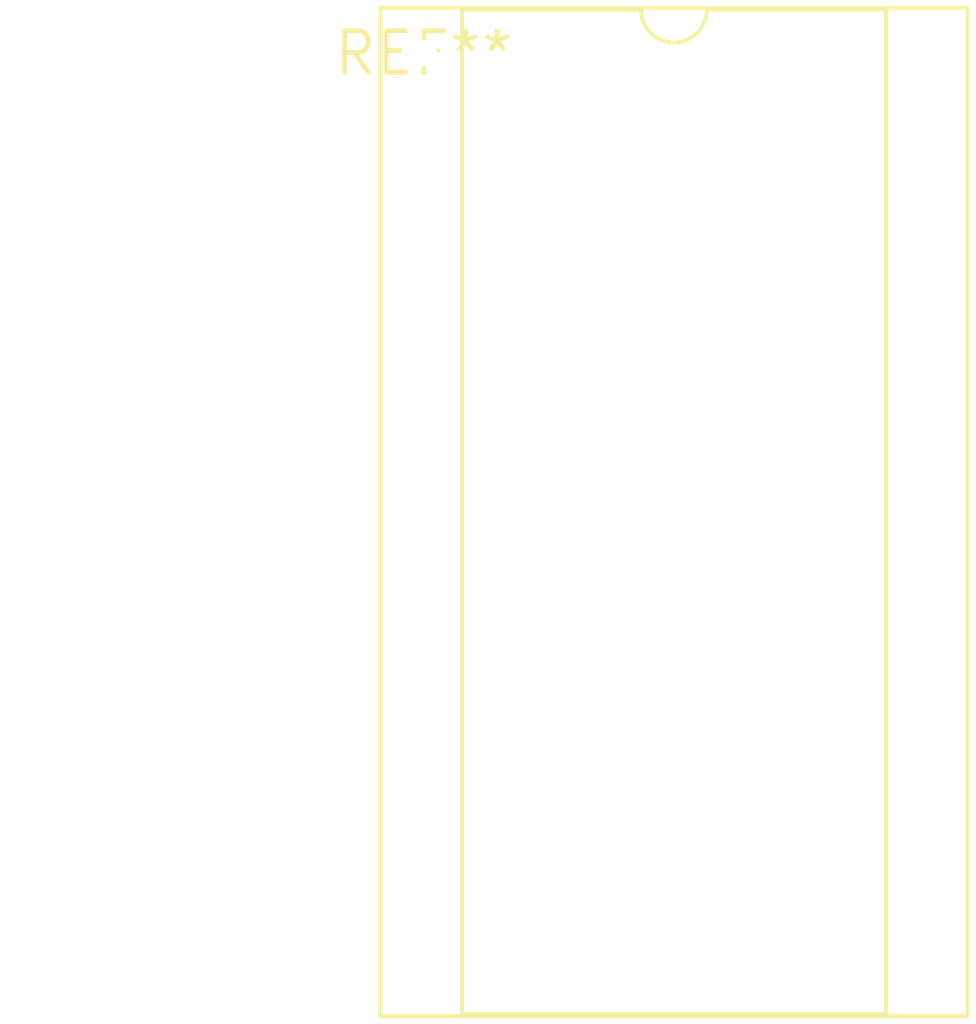
<source format=kicad_pcb>
(kicad_pcb (version 20240108) (generator pcbnew)
  (layers (0 "F.Cu" signal) (31 "B.Cu" signal) (34 "B.Paste" user) (35 "F.Paste" user) (36 "B.SilkS" user "B.Silkscreen") (37 "F.SilkS" user "F.Silkscreen") (38 "B.Mask" user) (39 "F.Mask" user) (44 "Edge.Cuts" user))
  (net 0 "")
  (footprint "DIP-24_W15.24mm_Socket" (layer "F.Cu") (at 0 0)
    (property "Reference" "REF**")
    (property "Value" "DIP-24_W15.24mm_Socket")
    (fp_line (start -1.33 -1.39) (end -1.33 29.33) (layer "F.SilkS") (stroke (width 0.12)))
    (fp_line (start -1.33 29.33) (end 16.57 29.33) (layer "F.SilkS") (stroke (width 0.12)))
    (fp_line (start 1.16 -1.33) (end 1.16 29.27) (layer "F.SilkS") (stroke (width 0.12)))
    (fp_line (start 1.16 29.27) (end 14.08 29.27) (layer "F.SilkS") (stroke (width 0.12)))
    (fp_line (start 6.62 -1.33) (end 1.16 -1.33) (layer "F.SilkS") (stroke (width 0.12)))
    (fp_line (start 14.08 -1.33) (end 8.62 -1.33) (layer "F.SilkS") (stroke (width 0.12)))
    (fp_line (start 14.08 29.27) (end 14.08 -1.33) (layer "F.SilkS") (stroke (width 0.12)))
    (fp_line (start 16.57 -1.39) (end -1.33 -1.39) (layer "F.SilkS") (stroke (width 0.12)))
    (fp_line (start 16.57 29.33) (end 16.57 -1.39) (layer "F.SilkS") (stroke (width 0.12)))
    (fp_arc (start 8.62 -1.33) (mid 7.62 -0.33) (end 6.62 -1.33) (layer "F.SilkS") (stroke (width 0.12)))
    (pad "1" thru_hole rect (at 0 0) (size 1.6 1.6) (drill 0.8) (layers *.Cu *.Mask) (remove_unused_layers))
    (pad "2" thru_hole oval (at 0 2.54) (size 1.6 1.6) (drill 0.8) (layers *.Cu *.Mask) (remove_unused_layers))
    (pad "3" thru_hole oval (at 0 5.08) (size 1.6 1.6) (drill 0.8) (layers *.Cu *.Mask) (remove_unused_layers))
    (pad "4" thru_hole oval (at 0 7.62) (size 1.6 1.6) (drill 0.8) (layers *.Cu *.Mask) (remove_unused_layers))
    (pad "5" thru_hole oval (at 0 10.16) (size 1.6 1.6) (drill 0.8) (layers *.Cu *.Mask) (remove_unused_layers))
    (pad "6" thru_hole oval (at 0 12.7) (size 1.6 1.6) (drill 0.8) (layers *.Cu *.Mask) (remove_unused_layers))
    (pad "7" thru_hole oval (at 0 15.24) (size 1.6 1.6) (drill 0.8) (layers *.Cu *.Mask) (remove_unused_layers))
    (pad "8" thru_hole oval (at 0 17.78) (size 1.6 1.6) (drill 0.8) (layers *.Cu *.Mask) (remove_unused_layers))
    (pad "9" thru_hole oval (at 0 20.32) (size 1.6 1.6) (drill 0.8) (layers *.Cu *.Mask) (remove_unused_layers))
    (pad "10" thru_hole oval (at 0 22.86) (size 1.6 1.6) (drill 0.8) (layers *.Cu *.Mask) (remove_unused_layers))
    (pad "11" thru_hole oval (at 0 25.4) (size 1.6 1.6) (drill 0.8) (layers *.Cu *.Mask) (remove_unused_layers))
    (pad "12" thru_hole oval (at 0 27.94) (size 1.6 1.6) (drill 0.8) (layers *.Cu *.Mask) (remove_unused_layers))
    (pad "13" thru_hole oval (at 15.24 27.94) (size 1.6 1.6) (drill 0.8) (layers *.Cu *.Mask) (remove_unused_layers))
    (pad "14" thru_hole oval (at 15.24 25.4) (size 1.6 1.6) (drill 0.8) (layers *.Cu *.Mask) (remove_unused_layers))
    (pad "15" thru_hole oval (at 15.24 22.86) (size 1.6 1.6) (drill 0.8) (layers *.Cu *.Mask) (remove_unused_layers))
    (pad "16" thru_hole oval (at 15.24 20.32) (size 1.6 1.6) (drill 0.8) (layers *.Cu *.Mask) (remove_unused_layers))
    (pad "17" thru_hole oval (at 15.24 17.78) (size 1.6 1.6) (drill 0.8) (layers *.Cu *.Mask) (remove_unused_layers))
    (pad "18" thru_hole oval (at 15.24 15.24) (size 1.6 1.6) (drill 0.8) (layers *.Cu *.Mask) (remove_unused_layers))
    (pad "19" thru_hole oval (at 15.24 12.7) (size 1.6 1.6) (drill 0.8) (layers *.Cu *.Mask) (remove_unused_layers))
    (pad "20" thru_hole oval (at 15.24 10.16) (size 1.6 1.6) (drill 0.8) (layers *.Cu *.Mask) (remove_unused_layers))
    (pad "21" thru_hole oval (at 15.24 7.62) (size 1.6 1.6) (drill 0.8) (layers *.Cu *.Mask) (remove_unused_layers))
    (pad "22" thru_hole oval (at 15.24 5.08) (size 1.6 1.6) (drill 0.8) (layers *.Cu *.Mask) (remove_unused_layers))
    (pad "23" thru_hole oval (at 15.24 2.54) (size 1.6 1.6) (drill 0.8) (layers *.Cu *.Mask) (remove_unused_layers))
    (pad "24" thru_hole oval (at 15.24 0) (size 1.6 1.6) (drill 0.8) (layers *.Cu *.Mask) (remove_unused_layers))
  )
)
</source>
